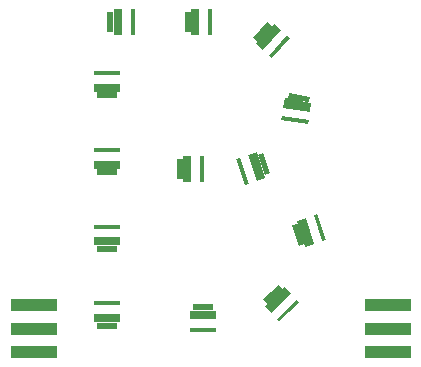
<source format=gts>
G04 #@! TF.FileFunction,Soldermask,Top*
%FSLAX46Y46*%
G04 Gerber Fmt 4.6, Leading zero omitted, Abs format (unit mm)*
G04 Created by KiCad (PCBNEW 4.0.0-rc2-stable) date 3/3/2016 3:42:14 PM*
%MOMM*%
G01*
G04 APERTURE LIST*
%ADD10C,0.150000*%
%ADD11R,1.800000X0.500000*%
%ADD12R,2.300000X0.320000*%
%ADD13R,2.300000X0.800000*%
%ADD14R,0.500000X1.800000*%
%ADD15R,0.320000X2.300000*%
%ADD16R,0.800000X2.300000*%
%ADD17R,4.000000X1.000000*%
%ADD18C,0.600000*%
G04 APERTURE END LIST*
D10*
D11*
X55225180Y-47957323D03*
D12*
X55225180Y-46057323D03*
D13*
X55225180Y-47307323D03*
D11*
X55225180Y-41450888D03*
D12*
X55225180Y-39550888D03*
D13*
X55225180Y-40800888D03*
D11*
X55225180Y-34944456D03*
D12*
X55225180Y-33044456D03*
D13*
X55225180Y-34294456D03*
D11*
X55225180Y-28438021D03*
D12*
X55225180Y-26538021D03*
D13*
X55225180Y-27788021D03*
D14*
X55501253Y-22199406D03*
D15*
X57401253Y-22199406D03*
D16*
X56151253Y-22199406D03*
D14*
X62053650Y-22199406D03*
D15*
X63953650Y-22199406D03*
D16*
X62703650Y-22199406D03*
D10*
G36*
X67617365Y-23593113D02*
X68793211Y-22230253D01*
X69171783Y-22556877D01*
X67995937Y-23919737D01*
X67617365Y-23593113D01*
X67617365Y-23593113D01*
G37*
G36*
X68960771Y-25082362D02*
X70463240Y-23340929D01*
X70705527Y-23549968D01*
X69203058Y-25291401D01*
X68960771Y-25082362D01*
X68960771Y-25082362D01*
G37*
G36*
X67832626Y-24109023D02*
X69335095Y-22367591D01*
X69940810Y-22890189D01*
X68438341Y-24631621D01*
X67832626Y-24109023D01*
X67832626Y-24109023D01*
G37*
G36*
X70598367Y-28247501D02*
X72374963Y-28536824D01*
X72294595Y-29030323D01*
X70517999Y-28741000D01*
X70598367Y-28247501D01*
X70598367Y-28247501D01*
G37*
G36*
X70031755Y-30171444D02*
X72301850Y-30541133D01*
X72250415Y-30856972D01*
X69980320Y-30487283D01*
X70031755Y-30171444D01*
X70031755Y-30171444D01*
G37*
G36*
X70271251Y-28700817D02*
X72541345Y-29070507D01*
X72412757Y-29860105D01*
X70142663Y-29490415D01*
X70271251Y-28700817D01*
X70271251Y-28700817D01*
G37*
G36*
X68447437Y-33315204D02*
X69038741Y-35015309D01*
X68566489Y-35179560D01*
X67975185Y-33479455D01*
X68447437Y-33315204D01*
X68447437Y-33315204D01*
G37*
G36*
X66485750Y-33732797D02*
X67241305Y-35905154D01*
X66939064Y-36010275D01*
X66183509Y-33837918D01*
X66485750Y-33732797D01*
X66485750Y-33732797D01*
G37*
G36*
X67893060Y-33243328D02*
X68648615Y-35415686D01*
X67893012Y-35678488D01*
X67137457Y-33506130D01*
X67893060Y-33243328D01*
X67893060Y-33243328D01*
G37*
D14*
X61369180Y-34708256D03*
D15*
X63269180Y-34708256D03*
D16*
X62019180Y-34708256D03*
D11*
X63315650Y-46363832D03*
D12*
X63315650Y-48263832D03*
D13*
X63315650Y-47013832D03*
D10*
G36*
X68448461Y-45701141D02*
X69782465Y-44492658D01*
X70118155Y-44863215D01*
X68784151Y-46071698D01*
X68448461Y-45701141D01*
X68448461Y-45701141D01*
G37*
G36*
X69599228Y-47343802D02*
X71303790Y-45799629D01*
X71518632Y-46036786D01*
X69814070Y-47580959D01*
X69599228Y-47343802D01*
X69599228Y-47343802D01*
G37*
G36*
X68598872Y-46239543D02*
X70303434Y-44695370D01*
X70840538Y-45288261D01*
X69135976Y-46832434D01*
X68598872Y-46239543D01*
X68598872Y-46239543D01*
G37*
G36*
X71455327Y-41152836D02*
X70910793Y-39437178D01*
X71387365Y-39285918D01*
X71931899Y-41001576D01*
X71455327Y-41152836D01*
X71455327Y-41152836D01*
G37*
G36*
X73427712Y-40789109D02*
X72731918Y-38596879D01*
X73036924Y-38500073D01*
X73732718Y-40692303D01*
X73427712Y-40789109D01*
X73427712Y-40789109D01*
G37*
G36*
X72007529Y-41239862D02*
X71311735Y-39047633D01*
X72074249Y-38805618D01*
X72770043Y-40997847D01*
X72007529Y-41239862D01*
X72007529Y-41239862D01*
G37*
D17*
X79016340Y-50192207D03*
X79016340Y-48192207D03*
X79016340Y-46192207D03*
D18*
X78016340Y-50192207D03*
X78016340Y-48192207D03*
X78016340Y-46192207D03*
D17*
X49020840Y-46192207D03*
X49020840Y-48192207D03*
X49020840Y-50192207D03*
D18*
X50020840Y-46192207D03*
X50020840Y-48192207D03*
X50020840Y-50192207D03*
M02*

</source>
